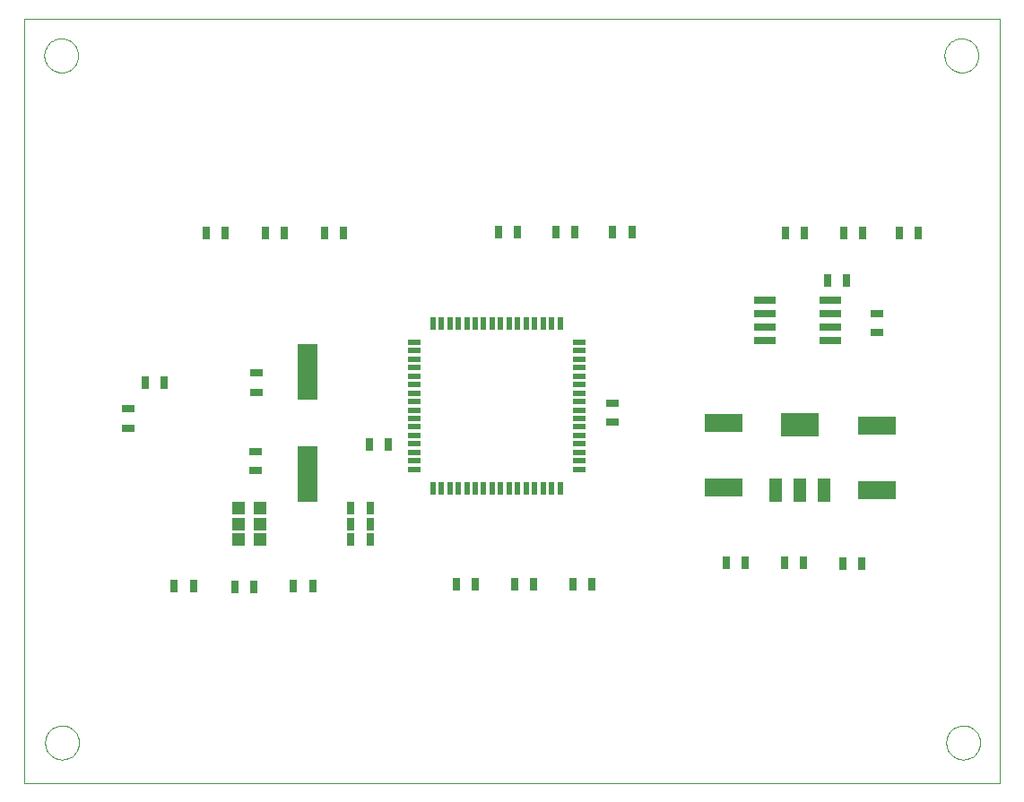
<source format=gtp>
G75*
G70*
%OFA0B0*%
%FSLAX24Y24*%
%IPPOS*%
%LPD*%
%AMOC8*
5,1,8,0,0,1.08239X$1,22.5*
%
%ADD10C,0.0000*%
%ADD11R,0.0470X0.0220*%
%ADD12R,0.0220X0.0470*%
%ADD13R,0.0315X0.0472*%
%ADD14R,0.0472X0.0315*%
%ADD15R,0.0800X0.0260*%
%ADD16R,0.0760X0.2100*%
%ADD17R,0.0480X0.0880*%
%ADD18R,0.1417X0.0866*%
%ADD19R,0.1400X0.0700*%
%ADD20R,0.0472X0.0472*%
D10*
X000326Y000188D02*
X000326Y028617D01*
X036598Y028617D01*
X036598Y000188D01*
X000326Y000188D01*
X001098Y001688D02*
X001100Y001738D01*
X001106Y001788D01*
X001116Y001837D01*
X001130Y001885D01*
X001147Y001932D01*
X001168Y001977D01*
X001193Y002021D01*
X001221Y002062D01*
X001253Y002101D01*
X001287Y002138D01*
X001324Y002172D01*
X001364Y002202D01*
X001406Y002229D01*
X001450Y002253D01*
X001496Y002274D01*
X001543Y002290D01*
X001591Y002303D01*
X001641Y002312D01*
X001690Y002317D01*
X001741Y002318D01*
X001791Y002315D01*
X001840Y002308D01*
X001889Y002297D01*
X001937Y002282D01*
X001983Y002264D01*
X002028Y002242D01*
X002071Y002216D01*
X002112Y002187D01*
X002151Y002155D01*
X002187Y002120D01*
X002219Y002082D01*
X002249Y002042D01*
X002276Y001999D01*
X002299Y001955D01*
X002318Y001909D01*
X002334Y001861D01*
X002346Y001812D01*
X002354Y001763D01*
X002358Y001713D01*
X002358Y001663D01*
X002354Y001613D01*
X002346Y001564D01*
X002334Y001515D01*
X002318Y001467D01*
X002299Y001421D01*
X002276Y001377D01*
X002249Y001334D01*
X002219Y001294D01*
X002187Y001256D01*
X002151Y001221D01*
X002112Y001189D01*
X002071Y001160D01*
X002028Y001134D01*
X001983Y001112D01*
X001937Y001094D01*
X001889Y001079D01*
X001840Y001068D01*
X001791Y001061D01*
X001741Y001058D01*
X001690Y001059D01*
X001641Y001064D01*
X001591Y001073D01*
X001543Y001086D01*
X001496Y001102D01*
X001450Y001123D01*
X001406Y001147D01*
X001364Y001174D01*
X001324Y001204D01*
X001287Y001238D01*
X001253Y001275D01*
X001221Y001314D01*
X001193Y001355D01*
X001168Y001399D01*
X001147Y001444D01*
X001130Y001491D01*
X001116Y001539D01*
X001106Y001588D01*
X001100Y001638D01*
X001098Y001688D01*
X001066Y027247D02*
X001068Y027297D01*
X001074Y027347D01*
X001084Y027396D01*
X001098Y027444D01*
X001115Y027491D01*
X001136Y027536D01*
X001161Y027580D01*
X001189Y027621D01*
X001221Y027660D01*
X001255Y027697D01*
X001292Y027731D01*
X001332Y027761D01*
X001374Y027788D01*
X001418Y027812D01*
X001464Y027833D01*
X001511Y027849D01*
X001559Y027862D01*
X001609Y027871D01*
X001658Y027876D01*
X001709Y027877D01*
X001759Y027874D01*
X001808Y027867D01*
X001857Y027856D01*
X001905Y027841D01*
X001951Y027823D01*
X001996Y027801D01*
X002039Y027775D01*
X002080Y027746D01*
X002119Y027714D01*
X002155Y027679D01*
X002187Y027641D01*
X002217Y027601D01*
X002244Y027558D01*
X002267Y027514D01*
X002286Y027468D01*
X002302Y027420D01*
X002314Y027371D01*
X002322Y027322D01*
X002326Y027272D01*
X002326Y027222D01*
X002322Y027172D01*
X002314Y027123D01*
X002302Y027074D01*
X002286Y027026D01*
X002267Y026980D01*
X002244Y026936D01*
X002217Y026893D01*
X002187Y026853D01*
X002155Y026815D01*
X002119Y026780D01*
X002080Y026748D01*
X002039Y026719D01*
X001996Y026693D01*
X001951Y026671D01*
X001905Y026653D01*
X001857Y026638D01*
X001808Y026627D01*
X001759Y026620D01*
X001709Y026617D01*
X001658Y026618D01*
X001609Y026623D01*
X001559Y026632D01*
X001511Y026645D01*
X001464Y026661D01*
X001418Y026682D01*
X001374Y026706D01*
X001332Y026733D01*
X001292Y026763D01*
X001255Y026797D01*
X001221Y026834D01*
X001189Y026873D01*
X001161Y026914D01*
X001136Y026958D01*
X001115Y027003D01*
X001098Y027050D01*
X001084Y027098D01*
X001074Y027147D01*
X001068Y027197D01*
X001066Y027247D01*
X034531Y027247D02*
X034533Y027297D01*
X034539Y027347D01*
X034549Y027396D01*
X034563Y027444D01*
X034580Y027491D01*
X034601Y027536D01*
X034626Y027580D01*
X034654Y027621D01*
X034686Y027660D01*
X034720Y027697D01*
X034757Y027731D01*
X034797Y027761D01*
X034839Y027788D01*
X034883Y027812D01*
X034929Y027833D01*
X034976Y027849D01*
X035024Y027862D01*
X035074Y027871D01*
X035123Y027876D01*
X035174Y027877D01*
X035224Y027874D01*
X035273Y027867D01*
X035322Y027856D01*
X035370Y027841D01*
X035416Y027823D01*
X035461Y027801D01*
X035504Y027775D01*
X035545Y027746D01*
X035584Y027714D01*
X035620Y027679D01*
X035652Y027641D01*
X035682Y027601D01*
X035709Y027558D01*
X035732Y027514D01*
X035751Y027468D01*
X035767Y027420D01*
X035779Y027371D01*
X035787Y027322D01*
X035791Y027272D01*
X035791Y027222D01*
X035787Y027172D01*
X035779Y027123D01*
X035767Y027074D01*
X035751Y027026D01*
X035732Y026980D01*
X035709Y026936D01*
X035682Y026893D01*
X035652Y026853D01*
X035620Y026815D01*
X035584Y026780D01*
X035545Y026748D01*
X035504Y026719D01*
X035461Y026693D01*
X035416Y026671D01*
X035370Y026653D01*
X035322Y026638D01*
X035273Y026627D01*
X035224Y026620D01*
X035174Y026617D01*
X035123Y026618D01*
X035074Y026623D01*
X035024Y026632D01*
X034976Y026645D01*
X034929Y026661D01*
X034883Y026682D01*
X034839Y026706D01*
X034797Y026733D01*
X034757Y026763D01*
X034720Y026797D01*
X034686Y026834D01*
X034654Y026873D01*
X034626Y026914D01*
X034601Y026958D01*
X034580Y027003D01*
X034563Y027050D01*
X034549Y027098D01*
X034539Y027147D01*
X034533Y027197D01*
X034531Y027247D01*
X034598Y001688D02*
X034600Y001738D01*
X034606Y001788D01*
X034616Y001837D01*
X034630Y001885D01*
X034647Y001932D01*
X034668Y001977D01*
X034693Y002021D01*
X034721Y002062D01*
X034753Y002101D01*
X034787Y002138D01*
X034824Y002172D01*
X034864Y002202D01*
X034906Y002229D01*
X034950Y002253D01*
X034996Y002274D01*
X035043Y002290D01*
X035091Y002303D01*
X035141Y002312D01*
X035190Y002317D01*
X035241Y002318D01*
X035291Y002315D01*
X035340Y002308D01*
X035389Y002297D01*
X035437Y002282D01*
X035483Y002264D01*
X035528Y002242D01*
X035571Y002216D01*
X035612Y002187D01*
X035651Y002155D01*
X035687Y002120D01*
X035719Y002082D01*
X035749Y002042D01*
X035776Y001999D01*
X035799Y001955D01*
X035818Y001909D01*
X035834Y001861D01*
X035846Y001812D01*
X035854Y001763D01*
X035858Y001713D01*
X035858Y001663D01*
X035854Y001613D01*
X035846Y001564D01*
X035834Y001515D01*
X035818Y001467D01*
X035799Y001421D01*
X035776Y001377D01*
X035749Y001334D01*
X035719Y001294D01*
X035687Y001256D01*
X035651Y001221D01*
X035612Y001189D01*
X035571Y001160D01*
X035528Y001134D01*
X035483Y001112D01*
X035437Y001094D01*
X035389Y001079D01*
X035340Y001068D01*
X035291Y001061D01*
X035241Y001058D01*
X035190Y001059D01*
X035141Y001064D01*
X035091Y001073D01*
X035043Y001086D01*
X034996Y001102D01*
X034950Y001123D01*
X034906Y001147D01*
X034864Y001174D01*
X034824Y001204D01*
X034787Y001238D01*
X034753Y001275D01*
X034721Y001314D01*
X034693Y001355D01*
X034668Y001399D01*
X034647Y001444D01*
X034630Y001491D01*
X034616Y001539D01*
X034606Y001588D01*
X034600Y001638D01*
X034598Y001688D01*
D11*
X020944Y011853D03*
X020944Y012168D03*
X020944Y012483D03*
X020944Y012798D03*
X020944Y013113D03*
X020944Y013428D03*
X020944Y013743D03*
X020944Y014058D03*
X020944Y014373D03*
X020944Y014688D03*
X020944Y015003D03*
X020944Y015318D03*
X020944Y015633D03*
X020944Y015948D03*
X020944Y016263D03*
X020944Y016578D03*
X014803Y016578D03*
X014803Y016263D03*
X014803Y015948D03*
X014803Y015633D03*
X014803Y015318D03*
X014803Y015003D03*
X014803Y014688D03*
X014803Y014373D03*
X014803Y014058D03*
X014803Y013743D03*
X014803Y013428D03*
X014803Y013113D03*
X014803Y012798D03*
X014803Y012483D03*
X014803Y012168D03*
X014803Y011853D03*
D12*
X015511Y011145D03*
X015826Y011145D03*
X016141Y011145D03*
X016456Y011145D03*
X016771Y011145D03*
X017086Y011145D03*
X017401Y011145D03*
X017716Y011145D03*
X018031Y011145D03*
X018346Y011145D03*
X018661Y011145D03*
X018976Y011145D03*
X019291Y011145D03*
X019606Y011145D03*
X019921Y011145D03*
X020236Y011145D03*
X020236Y017286D03*
X019921Y017286D03*
X019606Y017286D03*
X019291Y017286D03*
X018976Y017286D03*
X018661Y017286D03*
X018346Y017286D03*
X018031Y017286D03*
X017716Y017286D03*
X017401Y017286D03*
X017086Y017286D03*
X016771Y017286D03*
X016456Y017286D03*
X016141Y017286D03*
X015826Y017286D03*
X015511Y017286D03*
D13*
X017948Y020670D03*
X018657Y020670D03*
X020074Y020670D03*
X020783Y020670D03*
X022200Y020670D03*
X022909Y020670D03*
X028606Y020652D03*
X029314Y020652D03*
X030771Y020652D03*
X031480Y020652D03*
X032838Y020652D03*
X033547Y020652D03*
X030889Y018881D03*
X030181Y018881D03*
X029299Y008377D03*
X028590Y008377D03*
X027133Y008376D03*
X026425Y008376D03*
X030744Y008343D03*
X031452Y008343D03*
X021423Y007589D03*
X020714Y007589D03*
X019258Y007589D03*
X018549Y007589D03*
X017092Y007589D03*
X016384Y007589D03*
X013173Y009236D03*
X013173Y009826D03*
X013173Y010417D03*
X012465Y010417D03*
X012465Y009826D03*
X012465Y009236D03*
X011037Y007494D03*
X010328Y007494D03*
X008854Y007461D03*
X008146Y007461D03*
X006608Y007495D03*
X005899Y007495D03*
X013153Y012780D03*
X013862Y012780D03*
X005514Y015079D03*
X004806Y015079D03*
X007078Y020658D03*
X007787Y020658D03*
X009283Y020647D03*
X009992Y020647D03*
X011488Y020647D03*
X012196Y020647D03*
D14*
X008942Y015433D03*
X008942Y014724D03*
X008935Y012510D03*
X008935Y011801D03*
X004194Y013390D03*
X004194Y014098D03*
X022169Y014314D03*
X022169Y013605D03*
X032011Y016952D03*
X032011Y017660D03*
D15*
X030284Y017643D03*
X030284Y018143D03*
X030284Y017143D03*
X030284Y016643D03*
X027864Y016643D03*
X027864Y017143D03*
X027864Y017643D03*
X027864Y018143D03*
D16*
X010850Y015466D03*
X010850Y011666D03*
D17*
X028247Y011066D03*
X029157Y011066D03*
X030067Y011066D03*
D18*
X029157Y013506D03*
D19*
X032011Y013486D03*
X032011Y011086D03*
X026303Y011185D03*
X026303Y013585D03*
D20*
X009098Y010417D03*
X009098Y009826D03*
X009098Y009236D03*
X008272Y009236D03*
X008272Y009826D03*
X008272Y010417D03*
M02*

</source>
